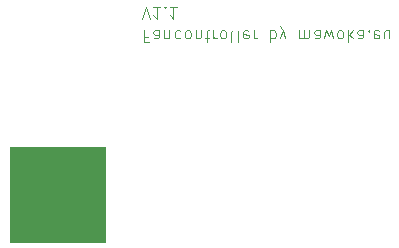
<source format=gbr>
%TF.GenerationSoftware,KiCad,Pcbnew,9.0.2*%
%TF.CreationDate,2025-06-03T14:55:12+02:00*%
%TF.ProjectId,aquarium-lid,61717561-7269-4756-9d2d-6c69642e6b69,2*%
%TF.SameCoordinates,Original*%
%TF.FileFunction,Legend,Bot*%
%TF.FilePolarity,Positive*%
%FSLAX46Y46*%
G04 Gerber Fmt 4.6, Leading zero omitted, Abs format (unit mm)*
G04 Created by KiCad (PCBNEW 9.0.2) date 2025-06-03 14:55:12*
%MOMM*%
%LPD*%
G01*
G04 APERTURE LIST*
%ADD10C,0.100000*%
G04 APERTURE END LIST*
D10*
X42000000Y-35000000D02*
X50000000Y-35000000D01*
X50000000Y-43000000D01*
X42000000Y-43000000D01*
X42000000Y-35000000D01*
G36*
X42000000Y-35000000D02*
G01*
X50000000Y-35000000D01*
X50000000Y-43000000D01*
X42000000Y-43000000D01*
X42000000Y-35000000D01*
G37*
X53161027Y-24127580D02*
X53494360Y-23127580D01*
X53494360Y-23127580D02*
X53827693Y-24127580D01*
X54684836Y-23127580D02*
X54113408Y-23127580D01*
X54399122Y-23127580D02*
X54399122Y-24127580D01*
X54399122Y-24127580D02*
X54303884Y-23984723D01*
X54303884Y-23984723D02*
X54208646Y-23889485D01*
X54208646Y-23889485D02*
X54113408Y-23841866D01*
X55113408Y-23222819D02*
X55161027Y-23175200D01*
X55161027Y-23175200D02*
X55113408Y-23127580D01*
X55113408Y-23127580D02*
X55065789Y-23175200D01*
X55065789Y-23175200D02*
X55113408Y-23222819D01*
X55113408Y-23222819D02*
X55113408Y-23127580D01*
X56113407Y-23127580D02*
X55541979Y-23127580D01*
X55827693Y-23127580D02*
X55827693Y-24127580D01*
X55827693Y-24127580D02*
X55732455Y-23984723D01*
X55732455Y-23984723D02*
X55637217Y-23889485D01*
X55637217Y-23889485D02*
X55541979Y-23841866D01*
X53637217Y-25651390D02*
X53303884Y-25651390D01*
X53303884Y-25127580D02*
X53303884Y-26127580D01*
X53303884Y-26127580D02*
X53780074Y-26127580D01*
X54589598Y-25127580D02*
X54589598Y-25651390D01*
X54589598Y-25651390D02*
X54541979Y-25746628D01*
X54541979Y-25746628D02*
X54446741Y-25794247D01*
X54446741Y-25794247D02*
X54256265Y-25794247D01*
X54256265Y-25794247D02*
X54161027Y-25746628D01*
X54589598Y-25175200D02*
X54494360Y-25127580D01*
X54494360Y-25127580D02*
X54256265Y-25127580D01*
X54256265Y-25127580D02*
X54161027Y-25175200D01*
X54161027Y-25175200D02*
X54113408Y-25270438D01*
X54113408Y-25270438D02*
X54113408Y-25365676D01*
X54113408Y-25365676D02*
X54161027Y-25460914D01*
X54161027Y-25460914D02*
X54256265Y-25508533D01*
X54256265Y-25508533D02*
X54494360Y-25508533D01*
X54494360Y-25508533D02*
X54589598Y-25556152D01*
X55065789Y-25794247D02*
X55065789Y-25127580D01*
X55065789Y-25699009D02*
X55113408Y-25746628D01*
X55113408Y-25746628D02*
X55208646Y-25794247D01*
X55208646Y-25794247D02*
X55351503Y-25794247D01*
X55351503Y-25794247D02*
X55446741Y-25746628D01*
X55446741Y-25746628D02*
X55494360Y-25651390D01*
X55494360Y-25651390D02*
X55494360Y-25127580D01*
X56399122Y-25175200D02*
X56303884Y-25127580D01*
X56303884Y-25127580D02*
X56113408Y-25127580D01*
X56113408Y-25127580D02*
X56018170Y-25175200D01*
X56018170Y-25175200D02*
X55970551Y-25222819D01*
X55970551Y-25222819D02*
X55922932Y-25318057D01*
X55922932Y-25318057D02*
X55922932Y-25603771D01*
X55922932Y-25603771D02*
X55970551Y-25699009D01*
X55970551Y-25699009D02*
X56018170Y-25746628D01*
X56018170Y-25746628D02*
X56113408Y-25794247D01*
X56113408Y-25794247D02*
X56303884Y-25794247D01*
X56303884Y-25794247D02*
X56399122Y-25746628D01*
X56970551Y-25127580D02*
X56875313Y-25175200D01*
X56875313Y-25175200D02*
X56827694Y-25222819D01*
X56827694Y-25222819D02*
X56780075Y-25318057D01*
X56780075Y-25318057D02*
X56780075Y-25603771D01*
X56780075Y-25603771D02*
X56827694Y-25699009D01*
X56827694Y-25699009D02*
X56875313Y-25746628D01*
X56875313Y-25746628D02*
X56970551Y-25794247D01*
X56970551Y-25794247D02*
X57113408Y-25794247D01*
X57113408Y-25794247D02*
X57208646Y-25746628D01*
X57208646Y-25746628D02*
X57256265Y-25699009D01*
X57256265Y-25699009D02*
X57303884Y-25603771D01*
X57303884Y-25603771D02*
X57303884Y-25318057D01*
X57303884Y-25318057D02*
X57256265Y-25222819D01*
X57256265Y-25222819D02*
X57208646Y-25175200D01*
X57208646Y-25175200D02*
X57113408Y-25127580D01*
X57113408Y-25127580D02*
X56970551Y-25127580D01*
X57732456Y-25794247D02*
X57732456Y-25127580D01*
X57732456Y-25699009D02*
X57780075Y-25746628D01*
X57780075Y-25746628D02*
X57875313Y-25794247D01*
X57875313Y-25794247D02*
X58018170Y-25794247D01*
X58018170Y-25794247D02*
X58113408Y-25746628D01*
X58113408Y-25746628D02*
X58161027Y-25651390D01*
X58161027Y-25651390D02*
X58161027Y-25127580D01*
X58494361Y-25794247D02*
X58875313Y-25794247D01*
X58637218Y-26127580D02*
X58637218Y-25270438D01*
X58637218Y-25270438D02*
X58684837Y-25175200D01*
X58684837Y-25175200D02*
X58780075Y-25127580D01*
X58780075Y-25127580D02*
X58875313Y-25127580D01*
X59208647Y-25127580D02*
X59208647Y-25794247D01*
X59208647Y-25603771D02*
X59256266Y-25699009D01*
X59256266Y-25699009D02*
X59303885Y-25746628D01*
X59303885Y-25746628D02*
X59399123Y-25794247D01*
X59399123Y-25794247D02*
X59494361Y-25794247D01*
X59970552Y-25127580D02*
X59875314Y-25175200D01*
X59875314Y-25175200D02*
X59827695Y-25222819D01*
X59827695Y-25222819D02*
X59780076Y-25318057D01*
X59780076Y-25318057D02*
X59780076Y-25603771D01*
X59780076Y-25603771D02*
X59827695Y-25699009D01*
X59827695Y-25699009D02*
X59875314Y-25746628D01*
X59875314Y-25746628D02*
X59970552Y-25794247D01*
X59970552Y-25794247D02*
X60113409Y-25794247D01*
X60113409Y-25794247D02*
X60208647Y-25746628D01*
X60208647Y-25746628D02*
X60256266Y-25699009D01*
X60256266Y-25699009D02*
X60303885Y-25603771D01*
X60303885Y-25603771D02*
X60303885Y-25318057D01*
X60303885Y-25318057D02*
X60256266Y-25222819D01*
X60256266Y-25222819D02*
X60208647Y-25175200D01*
X60208647Y-25175200D02*
X60113409Y-25127580D01*
X60113409Y-25127580D02*
X59970552Y-25127580D01*
X60875314Y-25127580D02*
X60780076Y-25175200D01*
X60780076Y-25175200D02*
X60732457Y-25270438D01*
X60732457Y-25270438D02*
X60732457Y-26127580D01*
X61399124Y-25127580D02*
X61303886Y-25175200D01*
X61303886Y-25175200D02*
X61256267Y-25270438D01*
X61256267Y-25270438D02*
X61256267Y-26127580D01*
X62161029Y-25175200D02*
X62065791Y-25127580D01*
X62065791Y-25127580D02*
X61875315Y-25127580D01*
X61875315Y-25127580D02*
X61780077Y-25175200D01*
X61780077Y-25175200D02*
X61732458Y-25270438D01*
X61732458Y-25270438D02*
X61732458Y-25651390D01*
X61732458Y-25651390D02*
X61780077Y-25746628D01*
X61780077Y-25746628D02*
X61875315Y-25794247D01*
X61875315Y-25794247D02*
X62065791Y-25794247D01*
X62065791Y-25794247D02*
X62161029Y-25746628D01*
X62161029Y-25746628D02*
X62208648Y-25651390D01*
X62208648Y-25651390D02*
X62208648Y-25556152D01*
X62208648Y-25556152D02*
X61732458Y-25460914D01*
X62637220Y-25127580D02*
X62637220Y-25794247D01*
X62637220Y-25603771D02*
X62684839Y-25699009D01*
X62684839Y-25699009D02*
X62732458Y-25746628D01*
X62732458Y-25746628D02*
X62827696Y-25794247D01*
X62827696Y-25794247D02*
X62922934Y-25794247D01*
X64018173Y-25127580D02*
X64018173Y-26127580D01*
X64018173Y-25746628D02*
X64113411Y-25794247D01*
X64113411Y-25794247D02*
X64303887Y-25794247D01*
X64303887Y-25794247D02*
X64399125Y-25746628D01*
X64399125Y-25746628D02*
X64446744Y-25699009D01*
X64446744Y-25699009D02*
X64494363Y-25603771D01*
X64494363Y-25603771D02*
X64494363Y-25318057D01*
X64494363Y-25318057D02*
X64446744Y-25222819D01*
X64446744Y-25222819D02*
X64399125Y-25175200D01*
X64399125Y-25175200D02*
X64303887Y-25127580D01*
X64303887Y-25127580D02*
X64113411Y-25127580D01*
X64113411Y-25127580D02*
X64018173Y-25175200D01*
X64827697Y-25794247D02*
X65065792Y-25127580D01*
X65303887Y-25794247D02*
X65065792Y-25127580D01*
X65065792Y-25127580D02*
X64970554Y-24889485D01*
X64970554Y-24889485D02*
X64922935Y-24841866D01*
X64922935Y-24841866D02*
X64827697Y-24794247D01*
X66446745Y-25127580D02*
X66446745Y-25794247D01*
X66446745Y-25699009D02*
X66494364Y-25746628D01*
X66494364Y-25746628D02*
X66589602Y-25794247D01*
X66589602Y-25794247D02*
X66732459Y-25794247D01*
X66732459Y-25794247D02*
X66827697Y-25746628D01*
X66827697Y-25746628D02*
X66875316Y-25651390D01*
X66875316Y-25651390D02*
X66875316Y-25127580D01*
X66875316Y-25651390D02*
X66922935Y-25746628D01*
X66922935Y-25746628D02*
X67018173Y-25794247D01*
X67018173Y-25794247D02*
X67161030Y-25794247D01*
X67161030Y-25794247D02*
X67256269Y-25746628D01*
X67256269Y-25746628D02*
X67303888Y-25651390D01*
X67303888Y-25651390D02*
X67303888Y-25127580D01*
X68208649Y-25127580D02*
X68208649Y-25651390D01*
X68208649Y-25651390D02*
X68161030Y-25746628D01*
X68161030Y-25746628D02*
X68065792Y-25794247D01*
X68065792Y-25794247D02*
X67875316Y-25794247D01*
X67875316Y-25794247D02*
X67780078Y-25746628D01*
X68208649Y-25175200D02*
X68113411Y-25127580D01*
X68113411Y-25127580D02*
X67875316Y-25127580D01*
X67875316Y-25127580D02*
X67780078Y-25175200D01*
X67780078Y-25175200D02*
X67732459Y-25270438D01*
X67732459Y-25270438D02*
X67732459Y-25365676D01*
X67732459Y-25365676D02*
X67780078Y-25460914D01*
X67780078Y-25460914D02*
X67875316Y-25508533D01*
X67875316Y-25508533D02*
X68113411Y-25508533D01*
X68113411Y-25508533D02*
X68208649Y-25556152D01*
X68589602Y-25794247D02*
X68780078Y-25127580D01*
X68780078Y-25127580D02*
X68970554Y-25603771D01*
X68970554Y-25603771D02*
X69161030Y-25127580D01*
X69161030Y-25127580D02*
X69351506Y-25794247D01*
X69875316Y-25127580D02*
X69780078Y-25175200D01*
X69780078Y-25175200D02*
X69732459Y-25222819D01*
X69732459Y-25222819D02*
X69684840Y-25318057D01*
X69684840Y-25318057D02*
X69684840Y-25603771D01*
X69684840Y-25603771D02*
X69732459Y-25699009D01*
X69732459Y-25699009D02*
X69780078Y-25746628D01*
X69780078Y-25746628D02*
X69875316Y-25794247D01*
X69875316Y-25794247D02*
X70018173Y-25794247D01*
X70018173Y-25794247D02*
X70113411Y-25746628D01*
X70113411Y-25746628D02*
X70161030Y-25699009D01*
X70161030Y-25699009D02*
X70208649Y-25603771D01*
X70208649Y-25603771D02*
X70208649Y-25318057D01*
X70208649Y-25318057D02*
X70161030Y-25222819D01*
X70161030Y-25222819D02*
X70113411Y-25175200D01*
X70113411Y-25175200D02*
X70018173Y-25127580D01*
X70018173Y-25127580D02*
X69875316Y-25127580D01*
X70637221Y-25127580D02*
X70637221Y-26127580D01*
X70732459Y-25508533D02*
X71018173Y-25127580D01*
X71018173Y-25794247D02*
X70637221Y-25413295D01*
X71875316Y-25127580D02*
X71875316Y-25651390D01*
X71875316Y-25651390D02*
X71827697Y-25746628D01*
X71827697Y-25746628D02*
X71732459Y-25794247D01*
X71732459Y-25794247D02*
X71541983Y-25794247D01*
X71541983Y-25794247D02*
X71446745Y-25746628D01*
X71875316Y-25175200D02*
X71780078Y-25127580D01*
X71780078Y-25127580D02*
X71541983Y-25127580D01*
X71541983Y-25127580D02*
X71446745Y-25175200D01*
X71446745Y-25175200D02*
X71399126Y-25270438D01*
X71399126Y-25270438D02*
X71399126Y-25365676D01*
X71399126Y-25365676D02*
X71446745Y-25460914D01*
X71446745Y-25460914D02*
X71541983Y-25508533D01*
X71541983Y-25508533D02*
X71780078Y-25508533D01*
X71780078Y-25508533D02*
X71875316Y-25556152D01*
X72351507Y-25222819D02*
X72399126Y-25175200D01*
X72399126Y-25175200D02*
X72351507Y-25127580D01*
X72351507Y-25127580D02*
X72303888Y-25175200D01*
X72303888Y-25175200D02*
X72351507Y-25222819D01*
X72351507Y-25222819D02*
X72351507Y-25127580D01*
X73208649Y-25175200D02*
X73113411Y-25127580D01*
X73113411Y-25127580D02*
X72922935Y-25127580D01*
X72922935Y-25127580D02*
X72827697Y-25175200D01*
X72827697Y-25175200D02*
X72780078Y-25270438D01*
X72780078Y-25270438D02*
X72780078Y-25651390D01*
X72780078Y-25651390D02*
X72827697Y-25746628D01*
X72827697Y-25746628D02*
X72922935Y-25794247D01*
X72922935Y-25794247D02*
X73113411Y-25794247D01*
X73113411Y-25794247D02*
X73208649Y-25746628D01*
X73208649Y-25746628D02*
X73256268Y-25651390D01*
X73256268Y-25651390D02*
X73256268Y-25556152D01*
X73256268Y-25556152D02*
X72780078Y-25460914D01*
X74113411Y-25794247D02*
X74113411Y-25127580D01*
X73684840Y-25794247D02*
X73684840Y-25270438D01*
X73684840Y-25270438D02*
X73732459Y-25175200D01*
X73732459Y-25175200D02*
X73827697Y-25127580D01*
X73827697Y-25127580D02*
X73970554Y-25127580D01*
X73970554Y-25127580D02*
X74065792Y-25175200D01*
X74065792Y-25175200D02*
X74113411Y-25222819D01*
M02*

</source>
